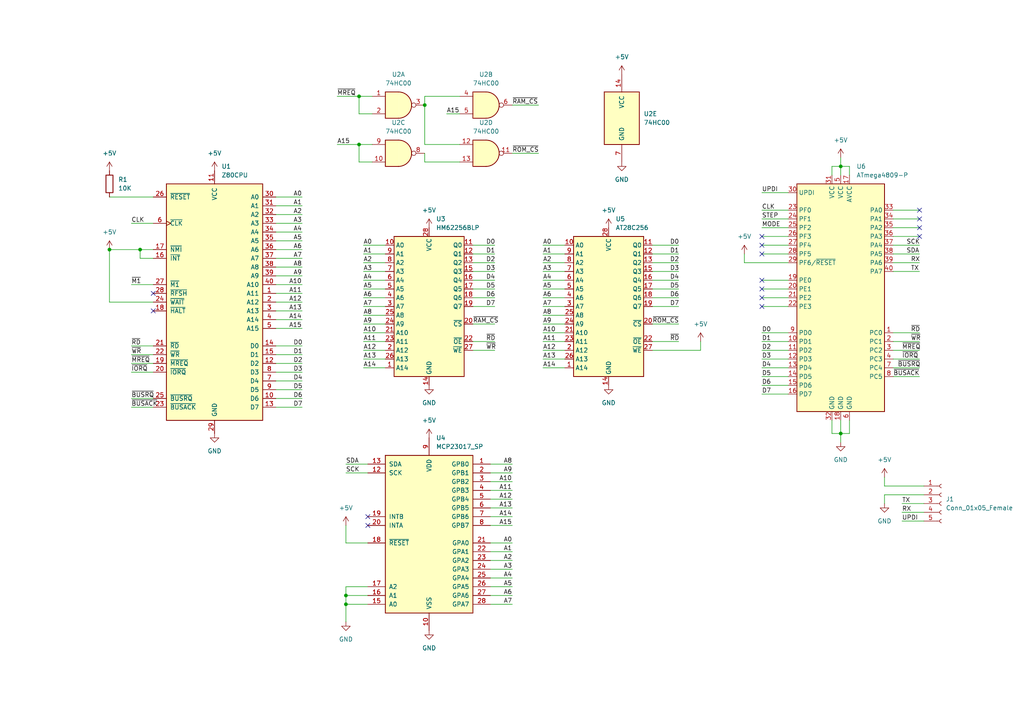
<source format=kicad_sch>
(kicad_sch (version 20211123) (generator eeschema)
  (paper "A4")
  (title_block (title "Z80 SBC") (date "2022-07-31") (rev "1") (company "Nigel Atkinson"))
  (lib_symbols
    (symbol "74xx:74HC00" (pin_names (offset 1.016))
      (property "Reference" "U" (at 0 1.27 0))
      (property "Value" "74HC00" (at 0 -1.27 0))
      (symbol "74HC00_1_1"
        (arc (start 0 -3.81) (mid 3.81 0) (end 0 3.81) (stroke (width 0.254)) (fill (type background)))
        (polyline (pts (xy 0 3.81) (xy -3.81 3.81) (xy -3.81 -3.81) (xy 0 -3.81)) (stroke (width 0.254)) (fill (type background)))
        (pin input line (at -7.62 2.54 0) (length 3.81) (name "~") (number "1"))
        (pin input line (at -7.62 -2.54 0) (length 3.81) (name "~") (number "2"))
        (pin output inverted (at 7.62 0 180) (length 3.81) (name "~") (number "3"))
      )
      (symbol "74HC00_1_2"
        (arc (start -3.81 -3.81) (mid -2.589 0) (end -3.81 3.81) (stroke (width 0.254)))
        (arc (start -0.6096 -3.81) (mid 2.1842 -2.5851) (end 3.81 0) (stroke (width 0.254)) (fill (type background)))
        (polyline (pts (xy -3.81 -3.81) (xy -0.635 -3.81)) (stroke (width 0.254)) (fill (type background)))
        (polyline (pts (xy -3.81 3.81) (xy -0.635 3.81)) (stroke (width 0.254)) (fill (type background)))
        (polyline (pts (xy -0.635 3.81) (xy -3.81 3.81) (xy -3.81 3.81) (xy -3.556 3.4036) (xy -3.0226 2.2606) (xy -2.6924 1.0414) (xy -2.6162 -0.254) (xy -2.7686 -1.4986) (xy -3.175 -2.7178) (xy -3.81 -3.81) (xy -3.81 -3.81) (xy -0.635 -3.81)) (stroke (width -25.4)) (fill (type background)))
        (arc (start 3.81 0) (mid 2.1915 2.5936) (end -0.6096 3.81) (stroke (width 0.254)) (fill (type background)))
        (pin input inverted (at -7.62 2.54 0) (length 4.318) (name "~") (number "1"))
        (pin input inverted (at -7.62 -2.54 0) (length 4.318) (name "~") (number "2"))
        (pin output line (at 7.62 0 180) (length 3.81) (name "~") (number "3"))
      )
      (symbol "74HC00_2_1"
        (arc (start 0 -3.81) (mid 3.81 0) (end 0 3.81) (stroke (width 0.254)) (fill (type background)))
        (polyline (pts (xy 0 3.81) (xy -3.81 3.81) (xy -3.81 -3.81) (xy 0 -3.81)) (stroke (width 0.254)) (fill (type background)))
        (pin input line (at -7.62 2.54 0) (length 3.81) (name "~") (number "4"))
        (pin input line (at -7.62 -2.54 0) (length 3.81) (name "~") (number "5"))
        (pin output inverted (at 7.62 0 180) (length 3.81) (name "~") (number "6"))
      )
      (symbol "74HC00_2_2"
        (arc (start -3.81 -3.81) (mid -2.589 0) (end -3.81 3.81) (stroke (width 0.254)))
        (arc (start -0.6096 -3.81) (mid 2.1842 -2.5851) (end 3.81 0) (stroke (width 0.254)) (fill (type background)))
        (polyline (pts (xy -3.81 -3.81) (xy -0.635 -3.81)) (stroke (width 0.254)) (fill (type background)))
        (polyline (pts (xy -3.81 3.81) (xy -0.635 3.81)) (stroke (width 0.254)) (fill (type background)))
        (polyline (pts (xy -0.635 3.81) (xy -3.81 3.81) (xy -3.81 3.81) (xy -3.556 3.4036) (xy -3.0226 2.2606) (xy -2.6924 1.0414) (xy -2.6162 -0.254) (xy -2.7686 -1.4986) (xy -3.175 -2.7178) (xy -3.81 -3.81) (xy -3.81 -3.81) (xy -0.635 -3.81)) (stroke (width -25.4)) (fill (type background)))
        (arc (start 3.81 0) (mid 2.1915 2.5936) (end -0.6096 3.81) (stroke (width 0.254)) (fill (type background)))
        (pin input inverted (at -7.62 2.54 0) (length 4.318) (name "~") (number "4"))
        (pin input inverted (at -7.62 -2.54 0) (length 4.318) (name "~") (number "5"))
        (pin output line (at 7.62 0 180) (length 3.81) (name "~") (number "6"))
      )
      (symbol "74HC00_3_1"
        (arc (start 0 -3.81) (mid 3.81 0) (end 0 3.81) (stroke (width 0.254)) (fill (type background)))
        (polyline (pts (xy 0 3.81) (xy -3.81 3.81) (xy -3.81 -3.81) (xy 0 -3.81)) (stroke (width 0.254)) (fill (type background)))
        (pin input line (at -7.62 -2.54 0) (length 3.81) (name "~") (number "10"))
        (pin output inverted (at 7.62 0 180) (length 3.81) (name "~") (number "8"))
        (pin input line (at -7.62 2.54 0) (length 3.81) (name "~") (number "9"))
      )
      (symbol "74HC00_3_2"
        (arc (start -3.81 -3.81) (mid -2.589 0) (end -3.81 3.81) (stroke (width 0.254)))
        (arc (start -0.6096 -3.81) (mid 2.1842 -2.5851) (end 3.81 0) (stroke (width 0.254)) (fill (type background)))
        (polyline (pts (xy -3.81 -3.81) (xy -0.635 -3.81)) (stroke (width 0.254)) (fill (type background)))
        (polyline (pts (xy -3.81 3.81) (xy -0.635 3.81)) (stroke (width 0.254)) (fill (type background)))
        (polyline (pts (xy -0.635 3.81) (xy -3.81 3.81) (xy -3.81 3.81) (xy -3.556 3.4036) (xy -3.0226 2.2606) (xy -2.6924 1.0414) (xy -2.6162 -0.254) (xy -2.7686 -1.4986) (xy -3.175 -2.7178) (xy -3.81 -3.81) (xy -3.81 -3.81) (xy -0.635 -3.81)) (stroke (width -25.4)) (fill (type background)))
        (arc (start 3.81 0) (mid 2.1915 2.5936) (end -0.6096 3.81) (stroke (width 0.254)) (fill (type background)))
        (pin input inverted (at -7.62 -2.54 0) (length 4.318) (name "~") (number "10"))
        (pin output line (at 7.62 0 180) (length 3.81) (name "~") (number "8"))
        (pin input inverted (at -7.62 2.54 0) (length 4.318) (name "~") (number "9"))
      )
      (symbol "74HC00_4_1"
        (arc (start 0 -3.81) (mid 3.81 0) (end 0 3.81) (stroke (width 0.254)) (fill (type background)))
        (polyline (pts (xy 0 3.81) (xy -3.81 3.81) (xy -3.81 -3.81) (xy 0 -3.81)) (stroke (width 0.254)) (fill (type background)))
        (pin output inverted (at 7.62 0 180) (length 3.81) (name "~") (number "11"))
        (pin input line (at -7.62 2.54 0) (length 3.81) (name "~") (number "12"))
        (pin input line (at -7.62 -2.54 0) (length 3.81) (name "~") (number "13"))
      )
      (symbol "74HC00_4_2"
        (arc (start -3.81 -3.81) (mid -2.589 0) (end -3.81 3.81) (stroke (width 0.254)))
        (arc (start -0.6096 -3.81) (mid 2.1842 -2.5851) (end 3.81 0) (stroke (width 0.254)) (fill (type background)))
        (polyline (pts (xy -3.81 -3.81) (xy -0.635 -3.81)) (stroke (width 0.254)) (fill (type background)))
        (polyline (pts (xy -3.81 3.81) (xy -0.635 3.81)) (stroke (width 0.254)) (fill (type background)))
        (polyline (pts (xy -0.635 3.81) (xy -3.81 3.81) (xy -3.81 3.81) (xy -3.556 3.4036) (xy -3.0226 2.2606) (xy -2.6924 1.0414) (xy -2.6162 -0.254) (xy -2.7686 -1.4986) (xy -3.175 -2.7178) (xy -3.81 -3.81) (xy -3.81 -3.81) (xy -0.635 -3.81)) (stroke (width -25.4)) (fill (type background)))
        (arc (start 3.81 0) (mid 2.1915 2.5936) (end -0.6096 3.81) (stroke (width 0.254)) (fill (type background)))
        (pin output line (at 7.62 0 180) (length 3.81) (name "~") (number "11"))
        (pin input inverted (at -7.62 2.54 0) (length 4.318) (name "~") (number "12"))
        (pin input inverted (at -7.62 -2.54 0) (length 4.318) (name "~") (number "13"))
      )
      (symbol "74HC00_5_0"
        (pin power_in line (at 0 12.7 270) (length 5.08) (name "VCC") (number "14"))
        (pin power_in line (at 0 -12.7 90) (length 5.08) (name "GND") (number "7"))
      )
      (symbol "74HC00_5_1"
        (rectangle (start -5.08 7.62) (end 5.08 -7.62) (stroke (width 0.254)) (fill (type background)))
      )
    )
    (symbol "CPU:Z80CPU" (pin_names (offset 1.016))
      (property "Reference" "U" (at -13.97 35.56 0))
      (property "Value" "Z80CPU" (at 6.35 35.56 0))
      (symbol "Z80CPU_0_1"
        (rectangle (start -13.97 34.29) (end 13.97 -34.29) (stroke (width 0.254)) (fill (type background)))
      )
      (symbol "Z80CPU_1_1"
        (pin output line (at 17.78 2.54 180) (length 3.81) (name "A11") (number "1"))
        (pin bidirectional line (at 17.78 -27.94 180) (length 3.81) (name "D6") (number "10"))
        (pin power_in line (at 0 38.1 270) (length 3.81) (name "VCC") (number "11"))
        (pin bidirectional line (at 17.78 -17.78 180) (length 3.81) (name "D2") (number "12"))
        (pin bidirectional line (at 17.78 -30.48 180) (length 3.81) (name "D7") (number "13"))
        (pin bidirectional line (at 17.78 -12.7 180) (length 3.81) (name "D0") (number "14"))
        (pin bidirectional line (at 17.78 -15.24 180) (length 3.81) (name "D1") (number "15"))
        (pin input line (at -17.78 12.7 0) (length 3.81) (name "~{INT}") (number "16"))
        (pin input line (at -17.78 15.24 0) (length 3.81) (name "~{NMI}") (number "17"))
        (pin output line (at -17.78 -2.54 0) (length 3.81) (name "~{HALT}") (number "18"))
        (pin output line (at -17.78 -17.78 0) (length 3.81) (name "~{MREQ}") (number "19"))
        (pin output line (at 17.78 0 180) (length 3.81) (name "A12") (number "2"))
        (pin output line (at -17.78 -20.32 0) (length 3.81) (name "~{IORQ}") (number "20"))
        (pin output line (at -17.78 -12.7 0) (length 3.81) (name "~{RD}") (number "21"))
        (pin output line (at -17.78 -15.24 0) (length 3.81) (name "~{WR}") (number "22"))
        (pin output line (at -17.78 -30.48 0) (length 3.81) (name "~{BUSACK}") (number "23"))
        (pin input line (at -17.78 0 0) (length 3.81) (name "~{WAIT}") (number "24"))
        (pin input line (at -17.78 -27.94 0) (length 3.81) (name "~{BUSRQ}") (number "25"))
        (pin input line (at -17.78 30.48 0) (length 3.81) (name "~{RESET}") (number "26"))
        (pin output line (at -17.78 5.08 0) (length 3.81) (name "~{M1}") (number "27"))
        (pin output line (at -17.78 2.54 0) (length 3.81) (name "~{RFSH}") (number "28"))
        (pin power_in line (at 0 -38.1 90) (length 3.81) (name "GND") (number "29"))
        (pin output line (at 17.78 -2.54 180) (length 3.81) (name "A13") (number "3"))
        (pin output line (at 17.78 30.48 180) (length 3.81) (name "A0") (number "30"))
        (pin output line (at 17.78 27.94 180) (length 3.81) (name "A1") (number "31"))
        (pin output line (at 17.78 25.4 180) (length 3.81) (name "A2") (number "32"))
        (pin output line (at 17.78 22.86 180) (length 3.81) (name "A3") (number "33"))
        (pin output line (at 17.78 20.32 180) (length 3.81) (name "A4") (number "34"))
        (pin output line (at 17.78 17.78 180) (length 3.81) (name "A5") (number "35"))
        (pin output line (at 17.78 15.24 180) (length 3.81) (name "A6") (number "36"))
        (pin output line (at 17.78 12.7 180) (length 3.81) (name "A7") (number "37"))
        (pin output line (at 17.78 10.16 180) (length 3.81) (name "A8") (number "38"))
        (pin output line (at 17.78 7.62 180) (length 3.81) (name "A9") (number "39"))
        (pin output line (at 17.78 -5.08 180) (length 3.81) (name "A14") (number "4"))
        (pin output line (at 17.78 5.08 180) (length 3.81) (name "A10") (number "40"))
        (pin output line (at 17.78 -7.62 180) (length 3.81) (name "A15") (number "5"))
        (pin input clock (at -17.78 22.86 0) (length 3.81) (name "~{CLK}") (number "6"))
        (pin bidirectional line (at 17.78 -22.86 180) (length 3.81) (name "D4") (number "7"))
        (pin bidirectional line (at 17.78 -20.32 180) (length 3.81) (name "D3") (number "8"))
        (pin bidirectional line (at 17.78 -25.4 180) (length 3.81) (name "D5") (number "9"))
      )
    )
    (symbol "Connector:Conn_01x05_Female" (pin_names (offset 1.016) hide)
      (property "Reference" "J" (at 0 7.62 0))
      (property "Value" "Conn_01x05_Female" (at 0 -7.62 0))
      (symbol "Conn_01x05_Female_1_1"
        (arc (start 0 -4.572) (mid -0.508 -5.08) (end 0 -5.588) (stroke (width 0.1524)))
        (arc (start 0 -2.032) (mid -0.508 -2.54) (end 0 -3.048) (stroke (width 0.1524)))
        (polyline (pts (xy -1.27 -5.08) (xy -0.508 -5.08)) (stroke (width 0.1524)))
        (polyline (pts (xy -1.27 -2.54) (xy -0.508 -2.54)) (stroke (width 0.1524)))
        (polyline (pts (xy -1.27 0) (xy -0.508 0)) (stroke (width 0.1524)))
        (polyline (pts (xy -1.27 2.54) (xy -0.508 2.54)) (stroke (width 0.1524)))
        (polyline (pts (xy -1.27 5.08) (xy -0.508 5.08)) (stroke (width 0.1524)))
        (arc (start 0 0.508) (mid -0.508 0) (end 0 -0.508) (stroke (width 0.1524)))
        (arc (start 0 3.048) (mid -0.508 2.54) (end 0 2.032) (stroke (width 0.1524)))
        (arc (start 0 5.588) (mid -0.508 5.08) (end 0 4.572) (stroke (width 0.1524)))
        (pin passive line (at -5.08 5.08 0) (length 3.81) (name "Pin_1") (number "1"))
        (pin passive line (at -5.08 2.54 0) (length 3.81) (name "Pin_2") (number "2"))
        (pin passive line (at -5.08 0 0) (length 3.81) (name "Pin_3") (number "3"))
        (pin passive line (at -5.08 -2.54 0) (length 3.81) (name "Pin_4") (number "4"))
        (pin passive line (at -5.08 -5.08 0) (length 3.81) (name "Pin_5") (number "5"))
      )
    )
    (symbol "Device:R" (pin_numbers hide) (pin_names (offset 0))
      (property "Reference" "R" (at 2.032 0 90))
      (property "Value" "R" (at 0 0 90))
      (symbol "R_0_1"
        (rectangle (start -1.016 -2.54) (end 1.016 2.54) (stroke (width 0.254)))
      )
      (symbol "R_1_1"
        (pin passive line (at 0 3.81 270) (length 1.27) (name "~") (number "1"))
        (pin passive line (at 0 -3.81 90) (length 1.27) (name "~") (number "2"))
      )
    )
    (symbol "Interface_Expansion:MCP23017_SP" (pin_names (offset 1.016))
      (property "Reference" "U" (at -11.43 24.13 0))
      (property "Value" "MCP23017_SP" (at 0 0 0))
      (symbol "MCP23017_SP_0_1"
        (rectangle (start -12.7 22.86) (end 12.7 -22.86) (stroke (width 0.254)) (fill (type background)))
      )
      (symbol "MCP23017_SP_1_1"
        (pin bidirectional line (at 17.78 20.32 180) (length 5.08) (name "GPB0") (number "1"))
        (pin power_in line (at 0 -27.94 90) (length 5.08) (name "VSS") (number "10"))
        (pin no_connect line (at -12.7 15.24 0) (length 5.08) hide (name "NC") (number "11"))
        (pin input line (at -17.78 17.78 0) (length 5.08) (name "SCK") (number "12"))
        (pin bidirectional line (at -17.78 20.32 0) (length 5.08) (name "SDA") (number "13"))
        (pin no_connect line (at -12.7 12.7 0) (length 5.08) hide (name "NC") (number "14"))
        (pin input line (at -17.78 -20.32 0) (length 5.08) (name "A0") (number "15"))
        (pin input line (at -17.78 -17.78 0) (length 5.08) (name "A1") (number "16"))
        (pin input line (at -17.78 -15.24 0) (length 5.08) (name "A2") (number "17"))
        (pin input line (at -17.78 -2.54 0) (length 5.08) (name "~{RESET}") (number "18"))
        (pin tri_state line (at -17.78 5.08 0) (length 5.08) (name "INTB") (number "19"))
        (pin bidirectional line (at 17.78 17.78 180) (length 5.08) (name "GPB1") (number "2"))
        (pin tri_state line (at -17.78 2.54 0) (length 5.08) (name "INTA") (number "20"))
        (pin bidirectional line (at 17.78 -2.54 180) (length 5.08) (name "GPA0") (number "21"))
        (pin bidirectional line (at 17.78 -5.08 180) (length 5.08) (name "GPA1") (number "22"))
        (pin bidirectional line (at 17.78 -7.62 180) (length 5.08) (name "GPA2") (number "23"))
        (pin bidirectional line (at 17.78 -10.16 180) (length 5.08) (name "GPA3") (number "24"))
        (pin bidirectional line (at 17.78 -12.7 180) (length 5.08) (name "GPA4") (number "25"))
        (pin bidirectional line (at 17.78 -15.24 180) (length 5.08) (name "GPA5") (number "26"))
        (pin bidirectional line (at 17.78 -17.78 180) (length 5.08) (name "GPA6") (number "27"))
        (pin bidirectional line (at 17.78 -20.32 180) (length 5.08) (name "GPA7") (number "28"))
        (pin bidirectional line (at 17.78 15.24 180) (length 5.08) (name "GPB2") (number "3"))
        (pin bidirectional line (at 17.78 12.7 180) (length 5.08) (name "GPB3") (number "4"))
        (pin bidirectional line (at 17.78 10.16 180) (length 5.08) (name "GPB4") (number "5"))
        (pin bidirectional line (at 17.78 7.62 180) (length 5.08) (name "GPB5") (number "6"))
        (pin bidirectional line (at 17.78 5.08 180) (length 5.08) (name "GPB6") (number "7"))
        (pin bidirectional line (at 17.78 2.54 180) (length 5.08) (name "GPB7") (number "8"))
        (pin power_in line (at 0 27.94 270) (length 5.08) (name "VDD") (number "9"))
      )
    )
    (symbol "Memory_RAM:HM62256BLP"
      (property "Reference" "U" (at -10.16 20.955 0))
      (property "Value" "HM62256BLP" (at 2.54 20.955 0))
      (symbol "HM62256BLP_0_0"
        (pin power_in line (at 0 -22.86 90) (length 2.54) (name "GND") (number "14"))
        (pin power_in line (at 0 22.86 270) (length 2.54) (name "VCC") (number "28"))
      )
      (symbol "HM62256BLP_0_1"
        (rectangle (start -10.16 20.32) (end 10.16 -20.32) (stroke (width 0.254)) (fill (type background)))
      )
      (symbol "HM62256BLP_1_1"
        (pin input line (at -12.7 -17.78 0) (length 2.54) (name "A14") (number "1"))
        (pin input line (at -12.7 17.78 0) (length 2.54) (name "A0") (number "10"))
        (pin tri_state line (at 12.7 17.78 180) (length 2.54) (name "Q0") (number "11"))
        (pin tri_state line (at 12.7 15.24 180) (length 2.54) (name "Q1") (number "12"))
        (pin tri_state line (at 12.7 12.7 180) (length 2.54) (name "Q2") (number "13"))
        (pin tri_state line (at 12.7 10.16 180) (length 2.54) (name "Q3") (number "15"))
        (pin tri_state line (at 12.7 7.62 180) (length 2.54) (name "Q4") (number "16"))
        (pin tri_state line (at 12.7 5.08 180) (length 2.54) (name "Q5") (number "17"))
        (pin tri_state line (at 12.7 2.54 180) (length 2.54) (name "Q6") (number "18"))
        (pin tri_state line (at 12.7 0 180) (length 2.54) (name "Q7") (number "19"))
        (pin input line (at -12.7 -12.7 0) (length 2.54) (name "A12") (number "2"))
        (pin input line (at 12.7 -5.08 180) (length 2.54) (name "~{CS}") (number "20"))
        (pin input line (at -12.7 -7.62 0) (length 2.54) (name "A10") (number "21"))
        (pin input line (at 12.7 -10.16 180) (length 2.54) (name "~{OE}") (number "22"))
        (pin input line (at -12.7 -10.16 0) (length 2.54) (name "A11") (number "23"))
        (pin input line (at -12.7 -5.08 0) (length 2.54) (name "A9") (number "24"))
        (pin input line (at -12.7 -2.54 0) (length 2.54) (name "A8") (number "25"))
        (pin input line (at -12.7 -15.24 0) (length 2.54) (name "A13") (number "26"))
        (pin input line (at 12.7 -12.7 180) (length 2.54) (name "~{WE}") (number "27"))
        (pin input line (at -12.7 0 0) (length 2.54) (name "A7") (number "3"))
        (pin input line (at -12.7 2.54 0) (length 2.54) (name "A6") (number "4"))
        (pin input line (at -12.7 5.08 0) (length 2.54) (name "A5") (number "5"))
        (pin input line (at -12.7 7.62 0) (length 2.54) (name "A4") (number "6"))
        (pin input line (at -12.7 10.16 0) (length 2.54) (name "A3") (number "7"))
        (pin input line (at -12.7 12.7 0) (length 2.54) (name "A2") (number "8"))
        (pin input line (at -12.7 15.24 0) (length 2.54) (name "A1") (number "9"))
      )
    )
    (symbol "NigelAtkinson:ATmega4809-P"
      (property "Reference" "U" (at -12.7 34.29 0))
      (property "Value" "ATmega4809-P" (at 2.54 -34.29 0))
      (symbol "ATmega4809-P_0_1"
        (rectangle (start -12.7 -33.02) (end 12.7 33.02) (stroke (width 0.254)) (fill (type background)))
      )
      (symbol "ATmega4809-P_1_1"
        (pin bidirectional line (at 15.24 -10.16 180) (length 2.54) (name "PC0") (number "1"))
        (pin bidirectional line (at -15.24 -12.7 0) (length 2.54) (name "PD1") (number "10"))
        (pin bidirectional line (at -15.24 -15.24 0) (length 2.54) (name "PD2") (number "11"))
        (pin bidirectional line (at -15.24 -17.78 0) (length 2.54) (name "PD3") (number "12"))
        (pin bidirectional line (at -15.24 -20.32 0) (length 2.54) (name "PD4") (number "13"))
        (pin bidirectional line (at -15.24 -22.86 0) (length 2.54) (name "PD5") (number "14"))
        (pin bidirectional line (at -15.24 -25.4 0) (length 2.54) (name "PD6") (number "15"))
        (pin bidirectional line (at -15.24 -27.94 0) (length 2.54) (name "PD7") (number "16"))
        (pin power_in line (at 2.54 35.56 270) (length 2.54) (name "AVCC") (number "17"))
        (pin passive line (at 0 -35.56 90) (length 2.54) (name "GND") (number "18"))
        (pin bidirectional line (at -15.24 5.08 0) (length 2.54) (name "PE0") (number "19"))
        (pin bidirectional line (at 15.24 -12.7 180) (length 2.54) (name "PC1") (number "2"))
        (pin bidirectional line (at -15.24 2.54 0) (length 2.54) (name "PE1") (number "20"))
        (pin bidirectional line (at -15.24 0 0) (length 2.54) (name "PE2") (number "21"))
        (pin bidirectional line (at -15.24 -2.54 0) (length 2.54) (name "PE3") (number "22"))
        (pin bidirectional line (at -15.24 25.4 0) (length 2.54) (name "PF0") (number "23"))
        (pin bidirectional line (at -15.24 22.86 0) (length 2.54) (name "PF1") (number "24"))
        (pin bidirectional line (at -15.24 20.32 0) (length 2.54) (name "PF2") (number "25"))
        (pin bidirectional line (at -15.24 17.78 0) (length 2.54) (name "PF3") (number "26"))
        (pin bidirectional line (at -15.24 15.24 0) (length 2.54) (name "PF4") (number "27"))
        (pin bidirectional line (at -15.24 12.7 0) (length 2.54) (name "PF5") (number "28"))
        (pin bidirectional line (at -15.24 10.16 0) (length 2.54) (name "PF6/~{RESET}") (number "29"))
        (pin bidirectional line (at 15.24 -15.24 180) (length 2.54) (name "PC2") (number "3"))
        (pin bidirectional line (at -15.24 30.48 0) (length 2.54) (name "UPDI") (number "30"))
        (pin power_in line (at -2.54 35.56 270) (length 2.54) (name "VCC") (number "31"))
        (pin power_in line (at -2.54 -35.56 90) (length 2.54) (name "GND") (number "32"))
        (pin bidirectional line (at 15.24 25.4 180) (length 2.54) (name "PA0") (number "33"))
        (pin bidirectional line (at 15.24 22.86 180) (length 2.54) (name "PA1") (number "34"))
        (pin bidirectional line (at 15.24 20.32 180) (length 2.54) (name "PA2") (number "35"))
        (pin bidirectional line (at 15.24 17.78 180) (length 2.54) (name "PA3") (number "36"))
        (pin bidirectional line (at 15.24 15.24 180) (length 2.54) (name "PA4") (number "37"))
        (pin bidirectional line (at 15.24 12.7 180) (length 2.54) (name "PA5") (number "38"))
        (pin bidirectional line (at 15.24 10.16 180) (length 2.54) (name "PA6") (number "39"))
        (pin bidirectional line (at 15.24 -17.78 180) (length 2.54) (name "PC3") (number "4"))
        (pin bidirectional line (at 15.24 7.62 180) (length 2.54) (name "PA7") (number "40"))
        (pin power_in line (at 0 35.56 270) (length 2.54) (name "VCC") (number "5"))
        (pin passive line (at 2.54 -35.56 90) (length 2.54) (name "GND") (number "6"))
        (pin bidirectional line (at 15.24 -20.32 180) (length 2.54) (name "PC4") (number "7"))
        (pin bidirectional line (at 15.24 -22.86 180) (length 2.54) (name "PC5") (number "8"))
        (pin bidirectional line (at -15.24 -10.16 0) (length 2.54) (name "PD0") (number "9"))
      )
    )
    (symbol "power:+5V" (power) (pin_names (offset 0))
      (property "Value" "+5V" (at 0 3.556 0))
      (symbol "+5V_0_1"
        (polyline (pts (xy -0.762 1.27) (xy 0 2.54)))
        (polyline (pts (xy 0 0) (xy 0 2.54)))
        (polyline (pts (xy 0 2.54) (xy 0.762 1.27)))
      )
      (symbol "+5V_1_1"
        (pin power_in line (at 0 0 90) (length 0) hide (name "+5V") (number "1"))
      )
    )
    (symbol "power:GND" (power) (pin_names (offset 0))
      (property "Value" "GND" (at 0 -3.81 0))
      (symbol "GND_0_1"
        (polyline (pts (xy 0 0) (xy 0 -1.27) (xy 1.27 -1.27) (xy 0 -2.54) (xy -1.27 -1.27) (xy 0 -1.27)))
      )
      (symbol "GND_1_1"
        (pin power_in line (at 0 0 270) (length 0) hide (name "GND") (number "1"))
      )
    )
  )
  (junction (at 31.75 72.39))
  (junction (at 123.19 30.48))
  (junction (at 243.84 48.26))
  (junction (at 104.14 27.94))
  (junction (at 104.14 41.91))
  (junction (at 40.64 72.39))
  (junction (at 243.84 125.73))
  (junction (at 100.33 172.72))
  (junction (at 100.33 175.26))
  (no_connect (at 106.68 149.86))
  (no_connect (at 106.68 152.4))
  (no_connect (at 44.45 90.17))
  (no_connect (at 44.45 85.09))
  (no_connect (at 220.98 86.36))
  (no_connect (at 220.98 88.9))
  (no_connect (at 220.98 68.58))
  (no_connect (at 220.98 81.28))
  (no_connect (at 220.98 83.82))
  (no_connect (at 220.98 71.12))
  (no_connect (at 220.98 73.66))
  (no_connect (at 266.7 66.04))
  (no_connect (at 266.7 63.5))
  (no_connect (at 266.7 60.96))
  (no_connect (at 266.7 68.58))
  (wire (pts (xy 80.01 85.09) (xy 87.63 85.09)))
  (wire (pts (xy 142.24 149.86) (xy 148.59 149.86)))
  (wire (pts (xy 105.41 86.36) (xy 111.76 86.36)))
  (wire (pts (xy 256.54 143.51) (xy 267.97 143.51)))
  (wire (pts (xy 189.23 101.6) (xy 203.2 101.6)))
  (wire (pts (xy 105.41 76.2) (xy 111.76 76.2)))
  (wire (pts (xy 157.48 73.66) (xy 163.83 73.66)))
  (wire (pts (xy 220.98 71.12) (xy 228.6 71.12)))
  (wire (pts (xy 38.1 100.33) (xy 44.45 100.33)))
  (wire (pts (xy 246.38 125.73) (xy 243.84 125.73)))
  (wire (pts (xy 261.62 148.59) (xy 267.97 148.59)))
  (wire (pts (xy 80.01 95.25) (xy 87.63 95.25)))
  (wire (pts (xy 80.01 118.11) (xy 87.63 118.11)))
  (wire (pts (xy 105.41 99.06) (xy 111.76 99.06)))
  (wire (pts (xy 123.19 27.94) (xy 133.35 27.94)))
  (wire (pts (xy 142.24 157.48) (xy 148.59 157.48)))
  (wire (pts (xy 259.08 104.14) (xy 266.7 104.14)))
  (wire (pts (xy 241.3 121.92) (xy 241.3 125.73)))
  (wire (pts (xy 157.48 71.12) (xy 163.83 71.12)))
  (wire (pts (xy 38.1 82.55) (xy 44.45 82.55)))
  (wire (pts (xy 220.98 88.9) (xy 228.6 88.9)))
  (wire (pts (xy 105.41 83.82) (xy 111.76 83.82)))
  (wire (pts (xy 105.41 88.9) (xy 111.76 88.9)))
  (wire (pts (xy 105.41 73.66) (xy 111.76 73.66)))
  (wire (pts (xy 189.23 99.06) (xy 196.85 99.06)))
  (wire (pts (xy 100.33 137.16) (xy 106.68 137.16)))
  (wire (pts (xy 80.01 110.49) (xy 87.63 110.49)))
  (wire (pts (xy 243.84 121.92) (xy 243.84 125.73)))
  (wire (pts (xy 142.24 144.78) (xy 148.59 144.78)))
  (wire (pts (xy 157.48 96.52) (xy 163.83 96.52)))
  (wire (pts (xy 142.24 175.26) (xy 148.59 175.26)))
  (wire (pts (xy 133.35 41.91) (xy 123.19 41.91)))
  (wire (pts (xy 40.64 72.39) (xy 44.45 72.39)))
  (wire (pts (xy 246.38 121.92) (xy 246.38 125.73)))
  (wire (pts (xy 243.84 48.26) (xy 243.84 50.8)))
  (wire (pts (xy 80.01 102.87) (xy 87.63 102.87)))
  (wire (pts (xy 97.79 41.91) (xy 104.14 41.91)))
  (wire (pts (xy 220.98 55.88) (xy 228.6 55.88)))
  (wire (pts (xy 259.08 68.58) (xy 266.7 68.58)))
  (wire (pts (xy 123.19 46.99) (xy 133.35 46.99)))
  (wire (pts (xy 259.08 99.06) (xy 266.7 99.06)))
  (wire (pts (xy 220.98 83.82) (xy 228.6 83.82)))
  (wire (pts (xy 220.98 63.5) (xy 228.6 63.5)))
  (wire (pts (xy 189.23 83.82) (xy 196.85 83.82)))
  (wire (pts (xy 259.08 106.68) (xy 266.7 106.68)))
  (wire (pts (xy 137.16 93.98) (xy 143.51 93.98)))
  (wire (pts (xy 107.95 33.02) (xy 104.14 33.02)))
  (wire (pts (xy 189.23 73.66) (xy 196.85 73.66)))
  (wire (pts (xy 106.68 157.48) (xy 100.33 157.48)))
  (wire (pts (xy 105.41 106.68) (xy 111.76 106.68)))
  (wire (pts (xy 80.01 92.71) (xy 87.63 92.71)))
  (wire (pts (xy 80.01 72.39) (xy 87.63 72.39)))
  (wire (pts (xy 259.08 73.66) (xy 266.7 73.66)))
  (wire (pts (xy 100.33 175.26) (xy 106.68 175.26)))
  (wire (pts (xy 142.24 160.02) (xy 148.59 160.02)))
  (wire (pts (xy 220.98 60.96) (xy 228.6 60.96)))
  (wire (pts (xy 189.23 93.98) (xy 196.85 93.98)))
  (wire (pts (xy 137.16 71.12) (xy 143.51 71.12)))
  (wire (pts (xy 157.48 106.68) (xy 163.83 106.68)))
  (wire (pts (xy 137.16 73.66) (xy 143.51 73.66)))
  (wire (pts (xy 142.24 139.7) (xy 148.59 139.7)))
  (wire (pts (xy 259.08 109.22) (xy 266.7 109.22)))
  (wire (pts (xy 142.24 134.62) (xy 148.59 134.62)))
  (wire (pts (xy 104.14 27.94) (xy 107.95 27.94)))
  (wire (pts (xy 142.24 165.1) (xy 148.59 165.1)))
  (wire (pts (xy 105.41 93.98) (xy 111.76 93.98)))
  (wire (pts (xy 80.01 105.41) (xy 87.63 105.41)))
  (wire (pts (xy 220.98 106.68) (xy 228.6 106.68)))
  (wire (pts (xy 157.48 76.2) (xy 163.83 76.2)))
  (wire (pts (xy 189.23 78.74) (xy 196.85 78.74)))
  (wire (pts (xy 40.64 72.39) (xy 40.64 74.93)))
  (wire (pts (xy 157.48 78.74) (xy 163.83 78.74)))
  (wire (pts (xy 80.01 90.17) (xy 87.63 90.17)))
  (wire (pts (xy 100.33 172.72) (xy 100.33 170.18)))
  (wire (pts (xy 259.08 60.96) (xy 266.7 60.96)))
  (wire (pts (xy 142.24 147.32) (xy 148.59 147.32)))
  (wire (pts (xy 142.24 152.4) (xy 148.59 152.4)))
  (wire (pts (xy 80.01 67.31) (xy 87.63 67.31)))
  (wire (pts (xy 215.9 76.2) (xy 215.9 73.66)))
  (wire (pts (xy 220.98 109.22) (xy 228.6 109.22)))
  (wire (pts (xy 104.14 41.91) (xy 104.14 46.99)))
  (wire (pts (xy 142.24 172.72) (xy 148.59 172.72)))
  (wire (pts (xy 259.08 101.6) (xy 266.7 101.6)))
  (wire (pts (xy 220.98 86.36) (xy 228.6 86.36)))
  (wire (pts (xy 142.24 137.16) (xy 148.59 137.16)))
  (wire (pts (xy 241.3 125.73) (xy 243.84 125.73)))
  (wire (pts (xy 148.59 30.48) (xy 156.21 30.48)))
  (wire (pts (xy 220.98 114.3) (xy 228.6 114.3)))
  (wire (pts (xy 189.23 88.9) (xy 196.85 88.9)))
  (wire (pts (xy 157.48 101.6) (xy 163.83 101.6)))
  (wire (pts (xy 157.48 88.9) (xy 163.83 88.9)))
  (wire (pts (xy 137.16 86.36) (xy 143.51 86.36)))
  (wire (pts (xy 104.14 41.91) (xy 107.95 41.91)))
  (wire (pts (xy 142.24 162.56) (xy 148.59 162.56)))
  (wire (pts (xy 220.98 99.06) (xy 228.6 99.06)))
  (wire (pts (xy 123.19 30.48) (xy 123.19 41.91)))
  (wire (pts (xy 189.23 81.28) (xy 196.85 81.28)))
  (wire (pts (xy 256.54 140.97) (xy 256.54 138.43)))
  (wire (pts (xy 259.08 96.52) (xy 266.7 96.52)))
  (wire (pts (xy 38.1 107.95) (xy 44.45 107.95)))
  (wire (pts (xy 137.16 83.82) (xy 143.51 83.82)))
  (wire (pts (xy 107.95 46.99) (xy 104.14 46.99)))
  (wire (pts (xy 137.16 99.06) (xy 143.51 99.06)))
  (wire (pts (xy 104.14 27.94) (xy 104.14 33.02)))
  (wire (pts (xy 38.1 105.41) (xy 44.45 105.41)))
  (wire (pts (xy 80.01 115.57) (xy 87.63 115.57)))
  (wire (pts (xy 105.41 81.28) (xy 111.76 81.28)))
  (wire (pts (xy 189.23 76.2) (xy 196.85 76.2)))
  (wire (pts (xy 80.01 80.01) (xy 87.63 80.01)))
  (wire (pts (xy 157.48 104.14) (xy 163.83 104.14)))
  (wire (pts (xy 220.98 96.52) (xy 228.6 96.52)))
  (wire (pts (xy 80.01 113.03) (xy 87.63 113.03)))
  (wire (pts (xy 80.01 64.77) (xy 87.63 64.77)))
  (wire (pts (xy 157.48 93.98) (xy 163.83 93.98)))
  (wire (pts (xy 31.75 72.39) (xy 40.64 72.39)))
  (wire (pts (xy 80.01 87.63) (xy 87.63 87.63)))
  (wire (pts (xy 256.54 140.97) (xy 267.97 140.97)))
  (wire (pts (xy 259.08 71.12) (xy 266.7 71.12)))
  (wire (pts (xy 100.33 180.34) (xy 100.33 175.26)))
  (wire (pts (xy 100.33 175.26) (xy 100.33 172.72)))
  (wire (pts (xy 38.1 115.57) (xy 44.45 115.57)))
  (wire (pts (xy 157.48 83.82) (xy 163.83 83.82)))
  (wire (pts (xy 123.19 44.45) (xy 123.19 46.99)))
  (wire (pts (xy 220.98 68.58) (xy 228.6 68.58)))
  (wire (pts (xy 38.1 102.87) (xy 44.45 102.87)))
  (wire (pts (xy 259.08 66.04) (xy 266.7 66.04)))
  (wire (pts (xy 100.33 172.72) (xy 106.68 172.72)))
  (wire (pts (xy 80.01 57.15) (xy 87.63 57.15)))
  (wire (pts (xy 137.16 101.6) (xy 143.51 101.6)))
  (wire (pts (xy 105.41 104.14) (xy 111.76 104.14)))
  (wire (pts (xy 220.98 111.76) (xy 228.6 111.76)))
  (wire (pts (xy 246.38 48.26) (xy 243.84 48.26)))
  (wire (pts (xy 100.33 170.18) (xy 106.68 170.18)))
  (wire (pts (xy 80.01 77.47) (xy 87.63 77.47)))
  (wire (pts (xy 261.62 146.05) (xy 267.97 146.05)))
  (wire (pts (xy 80.01 69.85) (xy 87.63 69.85)))
  (wire (pts (xy 215.9 76.2) (xy 228.6 76.2)))
  (wire (pts (xy 241.3 48.26) (xy 243.84 48.26)))
  (wire (pts (xy 259.08 63.5) (xy 266.7 63.5)))
  (wire (pts (xy 123.19 30.48) (xy 123.19 27.94)))
  (wire (pts (xy 137.16 78.74) (xy 143.51 78.74)))
  (wire (pts (xy 80.01 59.69) (xy 87.63 59.69)))
  (wire (pts (xy 157.48 99.06) (xy 163.83 99.06)))
  (wire (pts (xy 220.98 73.66) (xy 228.6 73.66)))
  (wire (pts (xy 243.84 125.73) (xy 243.84 128.27)))
  (wire (pts (xy 80.01 74.93) (xy 87.63 74.93)))
  (wire (pts (xy 44.45 87.63) (xy 31.75 87.63)))
  (wire (pts (xy 189.23 86.36) (xy 196.85 86.36)))
  (wire (pts (xy 31.75 87.63) (xy 31.75 72.39)))
  (wire (pts (xy 105.41 96.52) (xy 111.76 96.52)))
  (wire (pts (xy 189.23 71.12) (xy 196.85 71.12)))
  (wire (pts (xy 259.08 76.2) (xy 266.7 76.2)))
  (wire (pts (xy 220.98 101.6) (xy 228.6 101.6)))
  (wire (pts (xy 137.16 76.2) (xy 143.51 76.2)))
  (wire (pts (xy 105.41 71.12) (xy 111.76 71.12)))
  (wire (pts (xy 259.08 78.74) (xy 266.7 78.74)))
  (wire (pts (xy 142.24 170.18) (xy 148.59 170.18)))
  (wire (pts (xy 44.45 74.93) (xy 40.64 74.93)))
  (wire (pts (xy 142.24 167.64) (xy 148.59 167.64)))
  (wire (pts (xy 137.16 81.28) (xy 143.51 81.28)))
  (wire (pts (xy 100.33 134.62) (xy 106.68 134.62)))
  (wire (pts (xy 129.54 33.02) (xy 133.35 33.02)))
  (wire (pts (xy 243.84 45.72) (xy 243.84 48.26)))
  (wire (pts (xy 157.48 91.44) (xy 163.83 91.44)))
  (wire (pts (xy 220.98 104.14) (xy 228.6 104.14)))
  (wire (pts (xy 105.41 78.74) (xy 111.76 78.74)))
  (wire (pts (xy 256.54 143.51) (xy 256.54 146.05)))
  (wire (pts (xy 105.41 101.6) (xy 111.76 101.6)))
  (wire (pts (xy 157.48 86.36) (xy 163.83 86.36)))
  (wire (pts (xy 100.33 157.48) (xy 100.33 152.4)))
  (wire (pts (xy 38.1 64.77) (xy 44.45 64.77)))
  (wire (pts (xy 157.48 81.28) (xy 163.83 81.28)))
  (wire (pts (xy 137.16 88.9) (xy 143.51 88.9)))
  (wire (pts (xy 220.98 81.28) (xy 228.6 81.28)))
  (wire (pts (xy 105.41 91.44) (xy 111.76 91.44)))
  (wire (pts (xy 80.01 107.95) (xy 87.63 107.95)))
  (wire (pts (xy 80.01 82.55) (xy 87.63 82.55)))
  (wire (pts (xy 80.01 100.33) (xy 87.63 100.33)))
  (wire (pts (xy 261.62 151.13) (xy 267.97 151.13)))
  (wire (pts (xy 246.38 50.8) (xy 246.38 48.26)))
  (wire (pts (xy 80.01 62.23) (xy 87.63 62.23)))
  (wire (pts (xy 97.79 27.94) (xy 104.14 27.94)))
  (wire (pts (xy 148.59 44.45) (xy 156.21 44.45)))
  (wire (pts (xy 241.3 50.8) (xy 241.3 48.26)))
  (wire (pts (xy 203.2 101.6) (xy 203.2 99.06)))
  (wire (pts (xy 38.1 118.11) (xy 44.45 118.11)))
  (wire (pts (xy 220.98 66.04) (xy 228.6 66.04)))
  (wire (pts (xy 31.75 57.15) (xy 44.45 57.15)))
  (wire (pts (xy 142.24 142.24) (xy 148.59 142.24)))
  (label "A15" (at 97.79 41.91 0))
  (label "~{IORQ}" (at 261.62 104.14 0))
  (label "A4" (at 157.48 81.28 0))
  (label "A11" (at 83.82 85.09 0))
  (label "D6" (at 140.97 86.36 0))
  (label "A10" (at 105.41 96.52 0))
  (label "D7" (at 220.98 114.3 0))
  (label "A7" (at 105.41 88.9 0))
  (label "A4" (at 146.05 167.64 0))
  (label "A9" (at 157.48 93.98 0))
  (label "D7" (at 194.31 88.9 0))
  (label "A13" (at 157.48 104.14 0))
  (label "~{RD}" (at 140.97 99.06 0))
  (label "A8" (at 146.05 134.62 0))
  (label "A0" (at 105.41 71.12 0))
  (label "D5" (at 140.97 83.82 0))
  (label "D2" (at 194.31 76.2 0))
  (label "D4" (at 220.98 106.68 0))
  (label "D7" (at 85.09 118.11 0))
  (label "D4" (at 140.97 81.28 0))
  (label "A10" (at 157.48 96.52 0))
  (label "D3" (at 194.31 78.74 0))
  (label "~{MREQ}" (at 38.1 105.41 0))
  (label "D7" (at 140.97 88.9 0))
  (label "A5" (at 105.41 83.82 0))
  (label "A5" (at 85.09 69.85 0))
  (label "SCK" (at 100.33 137.16 0))
  (label "A14" (at 105.41 106.68 0))
  (label "~{IORQ}" (at 38.1 107.95 0))
  (label "SDA" (at 262.89 73.66 0))
  (label "STEP" (at 220.98 63.5 0))
  (label "D4" (at 85.09 110.49 0))
  (label "CLK" (at 38.1 64.77 0))
  (label "A6" (at 157.48 86.36 0))
  (label "D0" (at 194.31 71.12 0))
  (label "A2" (at 105.41 76.2 0))
  (label "A6" (at 146.05 172.72 0))
  (label "A13" (at 105.41 104.14 0))
  (label "SDA" (at 100.33 134.62 0))
  (label "TX" (at 264.16 78.74 0))
  (label "TX" (at 261.62 146.05 0))
  (label "A11" (at 144.78 142.24 0))
  (label "A4" (at 105.41 81.28 0))
  (label "UPDI" (at 261.62 151.13 0))
  (label "D6" (at 220.98 111.76 0))
  (label "D3" (at 220.98 104.14 0))
  (label "A9" (at 85.09 80.01 0))
  (label "A7" (at 146.05 175.26 0))
  (label "A6" (at 105.41 86.36 0))
  (label "~{WR}" (at 264.16 99.06 0))
  (label "A14" (at 144.78 149.86 0))
  (label "A6" (at 85.09 72.39 0))
  (label "D2" (at 85.09 105.41 0))
  (label "~{RAM_CS}" (at 137.16 93.98 0))
  (label "~{RD}" (at 38.1 100.33 0))
  (label "D0" (at 220.98 96.52 0))
  (label "D5" (at 220.98 109.22 0))
  (label "~{WR}" (at 140.97 101.6 0))
  (label "~{WR}" (at 38.1 102.87 0))
  (label "CLK" (at 220.98 60.96 0))
  (label "A2" (at 146.05 162.56 0))
  (label "~{BUSRQ}" (at 38.1 115.57 0))
  (label "A0" (at 157.48 71.12 0))
  (label "RX" (at 261.62 148.59 0))
  (label "A14" (at 83.82 92.71 0))
  (label "A3" (at 157.48 78.74 0))
  (label "D2" (at 140.97 76.2 0))
  (label "~{RAM_CS}" (at 148.59 30.48 0))
  (label "A3" (at 105.41 78.74 0))
  (label "A8" (at 85.09 77.47 0))
  (label "~{MREQ}" (at 97.79 27.94 0))
  (label "~{ROM_CS}" (at 148.59 44.45 0))
  (label "~{BUSACK}" (at 259.08 109.22 0))
  (label "D0" (at 140.97 71.12 0))
  (label "A13" (at 144.78 147.32 0))
  (label "A2" (at 157.48 76.2 0))
  (label "A4" (at 85.09 67.31 0))
  (label "D1" (at 194.31 73.66 0))
  (label "D5" (at 85.09 113.03 0))
  (label "A1" (at 105.41 73.66 0))
  (label "D1" (at 220.98 99.06 0))
  (label "A11" (at 105.41 99.06 0))
  (label "A10" (at 83.82 82.55 0))
  (label "A12" (at 157.48 101.6 0))
  (label "A11" (at 157.48 99.06 0))
  (label "~{RD}" (at 264.16 96.52 0))
  (label "A9" (at 146.05 137.16 0))
  (label "A2" (at 85.09 62.23 0))
  (label "A9" (at 105.41 93.98 0))
  (label "A14" (at 157.48 106.68 0))
  (label "A8" (at 105.41 91.44 0))
  (label "A12" (at 83.82 87.63 0))
  (label "~{BUSRQ}" (at 260.35 106.68 0))
  (label "A5" (at 157.48 83.82 0))
  (label "~{MREQ}" (at 261.62 101.6 0))
  (label "SCK" (at 262.89 71.12 0))
  (label "UPDI" (at 220.98 55.88 0))
  (label "D1" (at 140.97 73.66 0))
  (label "A7" (at 85.09 74.93 0))
  (label "A7" (at 157.48 88.9 0))
  (label "A15" (at 129.54 33.02 0))
  (label "D4" (at 194.31 81.28 0))
  (label "D1" (at 85.09 102.87 0))
  (label "A13" (at 83.82 90.17 0))
  (label "~{ROM_CS}" (at 189.23 93.98 0))
  (label "~{M1}" (at 38.1 82.55 0))
  (label "A12" (at 105.41 101.6 0))
  (label "~{BUSACK}" (at 38.1 118.11 0))
  (label "A3" (at 146.05 165.1 0))
  (label "A15" (at 83.82 95.25 0))
  (label "D6" (at 85.09 115.57 0))
  (label "A10" (at 144.78 139.7 0))
  (label "A5" (at 146.05 170.18 0))
  (label "D5" (at 194.31 83.82 0))
  (label "A8" (at 157.48 91.44 0))
  (label "A3" (at 85.09 64.77 0))
  (label "MODE" (at 220.98 66.04 0))
  (label "A12" (at 144.78 144.78 0))
  (label "A1" (at 85.09 59.69 0))
  (label "D0" (at 85.09 100.33 0))
  (label "D6" (at 194.31 86.36 0))
  (label "A1" (at 146.05 160.02 0))
  (label "RX" (at 264.16 76.2 0))
  (label "D2" (at 220.98 101.6 0))
  (label "A0" (at 85.09 57.15 0))
  (label "A15" (at 144.78 152.4 0))
  (label "D3" (at 85.09 107.95 0))
  (label "A1" (at 157.48 73.66 0))
  (label "A0" (at 146.05 157.48 0))
  (label "D3" (at 140.97 78.74 0))
  (label "~{RD}" (at 194.31 99.06 0))
  (symbol (lib_id "power:GND") (at 124.46 182.88 0) (unit 1)
    (property "Reference" "#PWR010" (effects hide))
    (property "Value" "GND" (at 124.46 187.96 0))
  )
  (symbol (lib_id "power:+5V") (at 215.9 73.66 0) (unit 1)
    (property "Reference" "#PWR016" (effects hide))
    (property "Value" "+5V" (at 215.9 68.58 0))
  )
  (symbol (lib_id "power:GND") (at 124.46 111.76 0) (unit 1)
    (property "Reference" "#PWR08" (effects hide))
    (property "Value" "GND" (at 124.46 116.84 0))
  )
  (symbol (lib_id "power:+5V") (at 100.33 152.4 0) (unit 1)
    (property "Reference" "#PWR05" (effects hide))
    (property "Value" "+5V" (at 100.33 147.32 0))
  )
  (symbol (lib_id "Memory_RAM:HM62256BLP") (at 176.53 88.9 0) (unit 1)
    (property "Reference" "U5" (at 178.5494 63.5 0) (effects (justify left)))
    (property "Value" "AT28C256" (at 178.5494 66.04 0) (effects (justify left)))
    (property "Footprint" "Package_DIP:DIP-28_W15.24mm" (effects hide))
  )
  (symbol (lib_id "74xx:74HC00") (at 140.97 30.48 0) (unit 2)
    (property "Reference" "U2" (at 140.97 21.59 0))
    (property "Value" "74HC00" (at 140.97 24.13 0))
    (property "Datasheet" "http://www.ti.com/lit/gpn/sn74hc00" (effects hide))
  )
  (symbol (lib_id "power:+5V") (at 176.53 66.04 0) (unit 1)
    (property "Reference" "#PWR011" (effects hide))
    (property "Value" "+5V" (at 176.53 60.96 0))
  )
  (symbol (lib_id "power:+5V") (at 62.23 49.53 0) (unit 1)
    (property "Reference" "#PWR03" (effects hide))
    (property "Value" "+5V" (at 62.23 44.45 0))
  )
  (symbol (lib_id "74xx:74HC00") (at 115.57 30.48 0) (unit 1)
    (property "Reference" "U2" (at 115.57 21.59 0))
    (property "Value" "74HC00" (at 115.57 24.13 0))
    (property "Datasheet" "http://www.ti.com/lit/gpn/sn74hc00" (effects hide))
  )
  (symbol (lib_id "power:+5V") (at 124.46 127 0) (unit 1)
    (property "Reference" "#PWR09" (effects hide))
    (property "Value" "+5V" (at 124.46 121.92 0))
  )
  (symbol (lib_id "74xx:74HC00") (at 140.97 44.45 0) (unit 4)
    (property "Reference" "U2" (at 140.97 35.56 0))
    (property "Value" "74HC00" (at 140.97 38.1 0))
    (property "Datasheet" "http://www.ti.com/lit/gpn/sn74hc00" (effects hide))
  )
  (symbol (lib_id "power:+5V") (at 180.34 21.59 0) (unit 1)
    (property "Reference" "#PWR013" (effects hide))
    (property "Value" "+5V" (at 180.34 16.51 0))
  )
  (symbol (lib_id "power:GND") (at 100.33 180.34 0) (unit 1)
    (property "Reference" "#PWR06" (effects hide))
    (property "Value" "GND" (at 100.33 185.42 0))
  )
  (symbol (lib_id "Connector:Conn_01x05_Female") (at 273.05 146.05 0) (unit 1)
    (property "Reference" "J1" (at 274.32 144.7799 0) (effects (justify left)))
    (property "Value" "Conn_01x05_Female" (at 274.32 147.3199 0) (effects (justify left)))
  )
  (symbol (lib_id "74xx:74HC00") (at 115.57 44.45 0) (unit 3)
    (property "Reference" "U2" (at 115.57 35.56 0))
    (property "Value" "74HC00" (at 115.57 38.1 0))
    (property "Datasheet" "http://www.ti.com/lit/gpn/sn74hc00" (effects hide))
  )
  (symbol (lib_id "power:GND") (at 62.23 125.73 0) (unit 1)
    (property "Reference" "#PWR04" (effects hide))
    (property "Value" "GND" (at 62.23 130.81 0))
  )
  (symbol (lib_id "power:+5V") (at 203.2 99.06 0) (unit 1)
    (property "Reference" "#PWR015" (effects hide))
    (property "Value" "+5V" (at 203.2 93.98 0))
  )
  (symbol (lib_id "power:GND") (at 243.84 128.27 0) (unit 1)
    (property "Reference" "#PWR018" (effects hide))
    (property "Value" "GND" (at 243.84 133.35 0))
  )
  (symbol (lib_id "74xx:74HC00") (at 180.34 34.29 0) (unit 5)
    (property "Reference" "U2" (at 186.69 33.0199 0) (effects (justify left)))
    (property "Value" "74HC00" (at 186.69 35.5599 0) (effects (justify left)))
    (property "Datasheet" "http://www.ti.com/lit/gpn/sn74hc00" (effects hide))
  )
  (symbol (lib_id "power:+5V") (at 31.75 49.53 0) (unit 1)
    (property "Reference" "#PWR01" (effects hide))
    (property "Value" "+5V" (at 31.75 44.45 0))
  )
  (symbol (lib_id "power:GND") (at 256.54 146.05 0) (unit 1)
    (property "Reference" "#PWR020" (effects hide))
    (property "Value" "GND" (at 256.54 151.13 0))
  )
  (symbol (lib_id "Memory_RAM:HM62256BLP") (at 124.46 88.9 0) (unit 1)
    (property "Reference" "U3" (at 126.4794 63.5 0) (effects (justify left)))
    (property "Value" "HM62256BLP" (at 126.4794 66.04 0) (effects (justify left)))
    (property "Footprint" "Package_DIP:DIP-28_W15.24mm" (effects hide))
    (property "Datasheet" "https://web.mit.edu/6.115/www/document/62256.pdf" (effects hide))
  )
  (symbol (lib_id "power:GND") (at 176.53 111.76 0) (unit 1)
    (property "Reference" "#PWR012" (effects hide))
    (property "Value" "GND" (at 176.53 116.84 0))
  )
  (symbol (lib_id "CPU:Z80CPU") (at 62.23 87.63 0) (unit 1)
    (property "Reference" "U1" (at 64.2494 48.26 0) (effects (justify left)))
    (property "Value" "Z80CPU" (at 64.2494 50.8 0) (effects (justify left)))
    (property "Datasheet" "www.zilog.com/manage_directlink.php?filepath=docs/z80/um0080" (effects hide))
  )
  (symbol (lib_id "power:+5V") (at 31.75 72.39 0) (unit 1)
    (property "Reference" "#PWR02" (effects hide))
    (property "Value" "+5V" (at 31.75 67.31 0))
  )
  (symbol (lib_id "Interface_Expansion:MCP23017_SP") (at 124.46 154.94 0) (unit 1)
    (property "Reference" "U4" (at 126.4794 127 0) (effects (justify left)))
    (property "Value" "MCP23017_SP" (at 126.4794 129.54 0) (effects (justify left)))
    (property "Footprint" "Package_DIP:DIP-28_W7.62mm" (effects hide))
    (property "Datasheet" "http://ww1.microchip.com/downloads/en/DeviceDoc/20001952C.pdf" (effects hide))
  )
  (symbol (lib_id "Device:R") (at 31.75 53.34 0) (unit 1)
    (property "Reference" "R1" (at 34.29 52.0699 0) (effects (justify left)))
    (property "Value" "10K" (at 34.29 54.6099 0) (effects (justify left)))
  )
  (symbol (lib_id "power:GND") (at 180.34 46.99 0) (unit 1)
    (property "Reference" "#PWR014" (effects hide))
    (property "Value" "GND" (at 180.34 52.07 0))
  )
  (symbol (lib_id "power:+5V") (at 256.54 138.43 0) (unit 1)
    (property "Reference" "#PWR019" (effects hide))
    (property "Value" "+5V" (at 256.54 133.35 0))
  )
  (symbol (lib_id "power:+5V") (at 124.46 66.04 0) (unit 1)
    (property "Reference" "#PWR07" (effects hide))
    (property "Value" "+5V" (at 124.46 60.96 0))
  )
  (symbol (lib_id "NigelAtkinson:ATmega4809-P") (at 243.84 86.36 0) (unit 1)
    (property "Reference" "U6" (at 248.3994 48.26 0) (effects (justify left)))
    (property "Value" "ATmega4809-P" (at 248.3994 50.8 0) (effects (justify left)))
    (property "Footprint" "Package_DIP:DIP-40_W15.24mm" (effects hide))
    (property "Datasheet" "http://ww1.microchip.com/downloads/en/DeviceDoc/40002016A.pdf" (effects hide))
  )
  (symbol (lib_id "power:+5V") (at 243.84 45.72 0) (unit 1)
    (property "Reference" "#PWR017" (effects hide))
    (property "Value" "+5V" (at 243.84 40.64 0))
  )
)
</source>
